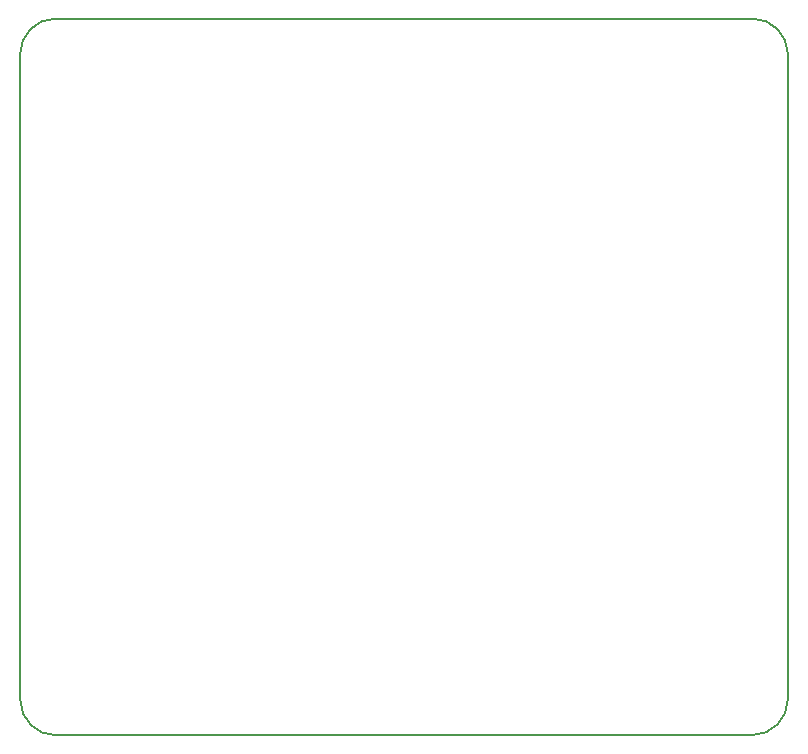
<source format=gm1>
G04 #@! TF.FileFunction,Profile,NP*
%FSLAX46Y46*%
G04 Gerber Fmt 4.6, Leading zero omitted, Abs format (unit mm)*
G04 Created by KiCad (PCBNEW 4.0.7-e2-6376~58~ubuntu16.04.1) date Fri Apr 13 07:59:41 2018*
%MOMM*%
%LPD*%
G01*
G04 APERTURE LIST*
%ADD10C,0.150000*%
G04 APERTURE END LIST*
D10*
X165370000Y-123650000D02*
X165370000Y-68990000D01*
X100370000Y-69010000D02*
X100370000Y-123670000D01*
X103360000Y-66000000D02*
X162360000Y-66000000D01*
X162370000Y-126660000D02*
X103390000Y-126660000D01*
X165370000Y-68990000D02*
G75*
G03X162360000Y-66000000I-3000000J-10000D01*
G01*
X162375000Y-126655000D02*
G75*
G03X165365000Y-123645000I-10000J3000000D01*
G01*
X100375000Y-123675000D02*
G75*
G03X103385000Y-126665000I3000000J10000D01*
G01*
X103360000Y-66000000D02*
G75*
G03X100370000Y-69010000I10000J-3000000D01*
G01*
M02*

</source>
